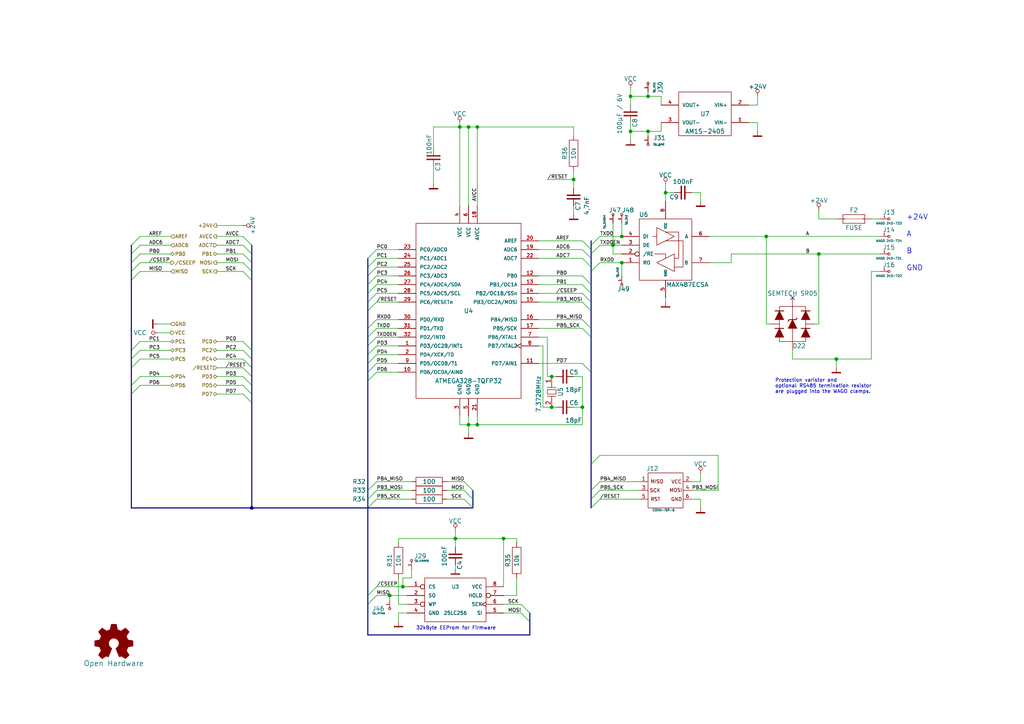
<source format=kicad_sch>
(kicad_sch (version 20211123) (generator eeschema)
  (paper "A4")
  (title_block (title "motor switch 3pole (bus_atmega328_basic)") (date "2018-12-27") (rev "B") (company "KoeWiBa"))
  (lib_symbols
    (symbol "connectors:CONN-ISP-6" (pin_names (offset 1.016))
      (property "Reference" "J" (at -3.81 6.35 0))
      (property "Value" "CONN-ISP-6" (at -3.81 -5.715 0))
      (symbol "CONN-ISP-6_0_0"
        (text "MOSI" (at 2.9718 0.0762 0) (effects (font (size 1.016 1.016))))
        (text "SCK" (at -3.048 0 0) (effects (font (size 1.016 1.016))))
        (text "VCC" (at 3.175 2.54 0) (effects (font (size 1.016 1.016))))
      )
      (symbol "CONN-ISP-6_1_0"
        (text "GND" (at 3.175 -2.54 0) (effects (font (size 1.016 1.016))))
        (text "MISO" (at -2.4892 2.5908 0) (effects (font (size 1.016 1.016))))
        (text "RST" (at -2.921 -2.54 0) (effects (font (size 1.016 1.016))))
      )
      (symbol "CONN-ISP-6_1_1"
        (pin passive line (at -7.62 2.54 0) (length 2.54) (name "~") (number "1"))
        (pin passive line (at 7.62 2.54 180) (length 2.54) (name "~") (number "2"))
        (pin passive line (at -7.62 0 0) (length 2.54) (name "~") (number "3"))
        (pin passive line (at 7.62 0 180) (length 2.54) (name "~") (number "4"))
        (pin passive line (at -7.62 -2.54 0) (length 2.54) (name "~") (number "5"))
        (pin passive line (at 7.62 -2.54 180) (length 2.54) (name "~") (number "6"))
      )
    )
    (symbol "connectors:CONN_1" (pin_names (offset 1.016))
      (property "Reference" "J" (at 0 1.905 0))
      (property "Value" "CONN_1" (at 0 -1.905 0))
      (symbol "CONN_1_1_1"
        (pin passive line (at -2.54 0 0) (length 2.54) (name "~") (number "1"))
      )
    )
    (symbol "diodes:SEMTECH_SR05" (pin_numbers hide) (pin_names (offset 1.016) hide)
      (property "Reference" "D" (at 1.905 -6.35 0))
      (property "Value" "SEMTECH_SR05" (at 0 6.35 0))
      (symbol "SEMTECH_SR05_1_1"
        (pin input line (at 0 -7.62 90) (length 2.54) (name "1") (number "1"))
        (pin input line (at 0 7.62 270) (length 2.54) (name "2") (number "2"))
        (pin input line (at 6.35 0 180) (length 2.54) (name "3") (number "3"))
        (pin input line (at -6.35 0 0) (length 2.54) (name "4") (number "4"))
      )
    )
    (symbol "ics_controller_atmel:ATMEGA88-TQFP32" (pin_names (offset 1.016))
      (property "Reference" "U" (at 0 0 0))
      (property "Value" "ATMEGA88-TQFP32" (at 0 -20.32 0))
      (symbol "ATMEGA88-TQFP32_1_1"
        (pin input line (at -20.32 -10.16 0) (length 5.08) (name "PD3/OC2B/INT1") (number "1"))
        (pin input line (at -20.32 -17.78 0) (length 5.08) (name "PD6/OC0A/AIN0") (number "10"))
        (pin input line (at 20.32 -15.24 180) (length 5.08) (name "PD7/AIN1") (number "11"))
        (pin input line (at 20.32 10.16 180) (length 5.08) (name "PB0") (number "12"))
        (pin input line (at 20.32 7.62 180) (length 5.08) (name "PB1/OC1A") (number "13"))
        (pin input line (at 20.32 5.08 180) (length 5.08) (name "PB2/OC1B/SSn") (number "14"))
        (pin input line (at 20.32 2.54 180) (length 5.08) (name "PB3/OC2A/MOSI") (number "15"))
        (pin input line (at 20.32 -2.54 180) (length 5.08) (name "PB4/MISO") (number "16"))
        (pin input line (at 20.32 -5.08 180) (length 5.08) (name "PB5/SCK") (number "17"))
        (pin power_in line (at 2.54 30.48 270) (length 5.08) (name "AVCC") (number "18"))
        (pin input line (at 20.32 17.78 180) (length 5.08) (name "ADC6") (number "19"))
        (pin input line (at -20.32 -12.7 0) (length 5.08) (name "PD4/XCK/T0") (number "2"))
        (pin input line (at 20.32 20.32 180) (length 5.08) (name "AREF") (number "20"))
        (pin power_in line (at 2.54 -30.48 90) (length 5.08) (name "GND") (number "21"))
        (pin input line (at 20.32 15.24 180) (length 5.08) (name "ADC7") (number "22"))
        (pin input line (at -20.32 17.78 0) (length 5.08) (name "PC0/ADC0") (number "23"))
        (pin input line (at -20.32 15.24 0) (length 5.08) (name "PC1/ADC1") (number "24"))
        (pin input line (at -20.32 12.7 0) (length 5.08) (name "PC2/ADC2") (number "25"))
        (pin input line (at -20.32 10.16 0) (length 5.08) (name "PC3/ADC3") (number "26"))
        (pin input line (at -20.32 7.62 0) (length 5.08) (name "PC4/ADC4/SDA") (number "27"))
        (pin input line (at -20.32 5.08 0) (length 5.08) (name "PC5/ADC5/SCL") (number "28"))
        (pin input line (at -20.32 2.54 0) (length 5.08) (name "PC6/RESETn") (number "29"))
        (pin power_in line (at -2.54 -30.48 90) (length 5.08) (name "GND") (number "3"))
        (pin input line (at -20.32 -2.54 0) (length 5.08) (name "PD0/RXD") (number "30"))
        (pin input line (at -20.32 -5.08 0) (length 5.08) (name "PD1/TXD") (number "31"))
        (pin input line (at -20.32 -7.62 0) (length 5.08) (name "PD2/INT0") (number "32"))
        (pin power_in line (at -2.54 30.48 270) (length 5.08) (name "VCC") (number "4"))
        (pin power_in line (at 0 -30.48 90) (length 5.08) (name "GND") (number "5"))
        (pin power_in line (at 0 30.48 270) (length 5.08) (name "VCC") (number "6"))
        (pin input line (at 20.32 -7.62 180) (length 5.08) (name "PB6/XTAL1") (number "7"))
        (pin input clock (at 20.32 -10.16 180) (length 5.08) (name "PB7/XTAL2") (number "8"))
        (pin input line (at -20.32 -15.24 0) (length 5.08) (name "PD5/OC0B/T1") (number "9"))
      )
    )
    (symbol "ics_misc:MAX487" (pin_names (offset 1.016))
      (property "Reference" "U" (at -6.35 10.16 0))
      (property "Value" "MAX487" (at 5.08 -10.16 0))
      (symbol "MAX487_0_1"
        (pin output line (at -12.7 -3.81 0) (length 5.08) (name "RO") (number "1"))
      )
      (symbol "MAX487_1_1"
        (pin input inverted (at -12.7 -1.27 0) (length 5.08) (name "/RE") (number "2"))
        (pin input line (at -12.7 1.27 0) (length 5.08) (name "DE") (number "3"))
        (pin input line (at -12.7 3.81 0) (length 5.08) (name "DI") (number "4"))
        (pin power_out line (at 0 -13.97 90) (length 5.08) (name "GND") (number "5"))
        (pin bidirectional line (at 12.7 3.81 180) (length 5.08) (name "A") (number "6"))
        (pin bidirectional line (at 12.7 -3.81 180) (length 5.08) (name "B") (number "7"))
        (pin power_in line (at 0 13.97 270) (length 5.08) (name "VCC") (number "8"))
      )
    )
    (symbol "ics_peripheral:25LCXXX" (pin_names (offset 1.016))
      (property "Reference" "U" (at 0 3.81 0))
      (property "Value" "25LCXXX" (at 0 -3.81 0))
      (symbol "25LCXXX_1_1"
        (pin input inverted (at -13.97 3.81 0) (length 5.08) (name "CS") (number "1"))
        (pin output line (at -13.97 1.27 0) (length 5.08) (name "SO") (number "2"))
        (pin input inverted (at -13.97 -1.27 0) (length 5.08) (name "WP") (number "3"))
        (pin power_in line (at -13.97 -3.81 0) (length 5.08) (name "GND") (number "4"))
        (pin input line (at 13.97 -3.81 180) (length 5.08) (name "SI") (number "5"))
        (pin input clock (at 13.97 -1.27 180) (length 5.08) (name "SCK") (number "6"))
        (pin bidirectional inverted (at 13.97 1.27 180) (length 5.08) (name "HOLD") (number "7"))
        (pin power_in line (at 13.97 3.81 180) (length 5.08) (name "VCC") (number "8"))
      )
    )
    (symbol "ics_regulator:AM1S-2403" (pin_names (offset 1.016))
      (property "Reference" "U" (at 0 0 0))
      (property "Value" "AM1S-2403" (at 0 -5.08 0))
      (symbol "AM1S-2403_1_1"
        (pin passive line (at -12.7 -2.54 0) (length 5.08) (name "VIN-") (number "1"))
        (pin power_in line (at -12.7 2.54 0) (length 5.08) (name "VIN+") (number "2"))
        (pin passive line (at 12.7 -2.54 180) (length 5.08) (name "VOUT-") (number "3"))
        (pin power_out line (at 12.7 2.54 180) (length 5.08) (name "VOUT+") (number "4"))
      )
    )
    (symbol "logo:OPEN_HARDWARE_1" (pin_names (offset 1.016))
      (property "Reference" "LOGO" (at 0 6.985 0))
      (property "Value" "OPEN_HARDWARE_1" (at 0 -5.715 0))
    )
    (symbol "power:+24V" (power) (pin_numbers hide) (pin_names (offset 0))
      (property "Value" "power_+24V" (at 0 2.794 0))
      (symbol "+24V_0_0"
        (pin power_in line (at 0 0 90) (length 0) hide (name "+24V") (number "1"))
      )
    )
    (symbol "power:GND" (power) (pin_names (offset 0.254))
      (symbol "GND_1_1"
        (pin power_in line (at 0 0 90) (length 0) hide (name "GND") (number "1"))
      )
    )
    (symbol "power:VCC" (power) (pin_names (offset 0))
      (property "Value" "power_VCC" (at 0 2.54 0))
      (symbol "VCC_0_0"
        (pin power_in line (at 0 0 90) (length 0) hide (name "VCC") (number "1"))
      )
    )
    (symbol "standard:C" (pin_numbers hide) (pin_names (offset 1.016) hide)
      (property "Reference" "C" (at 1.27 1.27 0))
      (property "Value" "C" (at 0 -3.175 0))
      (symbol "C_1_1"
        (pin input line (at -2.54 0 0) (length 1.905) (name "1") (number "1"))
        (pin input line (at 2.54 0 180) (length 1.905) (name "2") (number "2"))
      )
    )
    (symbol "standard:CRYSTAL" (pin_names (offset 1.016))
      (property "Reference" "U" (at 4.445 2.54 0))
      (property "Value" "CRYSTAL" (at 4.445 -2.54 0))
      (symbol "CRYSTAL_1_1"
        (pin output line (at 0 0 0) (length 2.54) (name "~") (number "1"))
        (pin output line (at 8.89 0 180) (length 2.54) (name "~") (number "2"))
      )
    )
    (symbol "standard:FUSE" (pin_numbers hide) (pin_names (offset 1.016) hide)
      (property "Reference" "F" (at 0 2.54 0))
      (property "Value" "FUSE" (at 0 -2.54 0))
      (symbol "FUSE_1_1"
        (pin bidirectional line (at -5.08 0 0) (length 2.54) (name "1") (number "1"))
        (pin bidirectional line (at 5.08 0 180) (length 2.54) (name "2") (number "2"))
      )
    )
    (symbol "standard:R" (pin_numbers hide) (pin_names (offset 1.016) hide)
      (property "Reference" "R" (at 0 -2.54 0))
      (property "Value" "R" (at 0 0 0))
      (symbol "R_1_1"
        (pin passive line (at -5.08 0 0) (length 1.27) (name "1") (number "1"))
        (pin passive line (at 5.08 0 180) (length 1.27) (name "2") (number "2"))
      )
    )
  )
  (junction (at 177.8 71.12))
  (junction (at 166.37 52.07))
  (junction (at 146.05 156.21))
  (junction (at 138.43 36.83))
  (junction (at 222.25 68.58))
  (junction (at 135.89 123.19))
  (junction (at 182.88 27.94))
  (junction (at 180.34 76.2))
  (junction (at 135.89 36.83))
  (junction (at 187.96 27.94))
  (junction (at 182.88 38.1))
  (junction (at 187.96 38.1))
  (junction (at 133.35 36.83))
  (junction (at 116.84 170.18))
  (junction (at 160.02 109.22))
  (junction (at 237.49 73.66))
  (junction (at 113.03 172.72))
  (junction (at 193.04 55.88))
  (junction (at 160.02 118.11))
  (junction (at 73.025 147.32))
  (junction (at 180.34 68.58))
  (junction (at 138.43 123.19))
  (junction (at 242.57 104.14))
  (junction (at 132.08 156.21))
  (junction (at 168.91 118.11))
  (no_connect (at 229.87 86.36))
  (bus_entry (at 168.91 82.55) (size 2.54 2.54))
  (bus_entry (at 171.45 142.24) (size 2.54 -2.54))
  (bus_entry (at 134.62 139.7) (size 2.54 2.54))
  (bus_entry (at 134.62 144.78) (size 2.54 2.54))
  (bus_entry (at 106.68 80.01) (size 2.54 -2.54))
  (bus_entry (at 70.485 114.3) (size 2.54 2.54))
  (bus_entry (at 106.68 87.63) (size 2.54 -2.54))
  (bus_entry (at 70.485 106.68) (size 2.54 2.54))
  (bus_entry (at 134.62 142.24) (size 2.54 2.54))
  (bus_entry (at 38.1 78.74) (size 2.54 -2.54))
  (bus_entry (at 70.485 71.12) (size 2.54 2.54))
  (bus_entry (at 171.45 144.78) (size 2.54 -2.54))
  (bus_entry (at 70.485 78.74) (size 2.54 2.54))
  (bus_entry (at 106.68 172.72) (size 2.54 -2.54))
  (bus_entry (at 168.91 72.39) (size 2.54 2.54))
  (bus_entry (at 106.68 147.32) (size 2.54 -2.54))
  (bus_entry (at 168.91 87.63) (size 2.54 2.54))
  (bus_entry (at 106.68 144.78) (size 2.54 -2.54))
  (bus_entry (at 168.91 105.41) (size 2.54 2.54))
  (bus_entry (at 106.68 175.26) (size 2.54 -2.54))
  (bus_entry (at 38.1 111.76) (size 2.54 -2.54))
  (bus_entry (at 106.68 107.95) (size 2.54 -2.54))
  (bus_entry (at 106.68 100.33) (size 2.54 -2.54))
  (bus_entry (at 38.1 71.12) (size 2.54 -2.54))
  (bus_entry (at 151.13 175.26) (size 2.54 2.54))
  (bus_entry (at 38.1 106.68) (size 2.54 -2.54))
  (bus_entry (at 106.68 85.09) (size 2.54 -2.54))
  (bus_entry (at 171.45 147.32) (size 2.54 -2.54))
  (bus_entry (at 106.68 77.47) (size 2.54 -2.54))
  (bus_entry (at 106.68 142.24) (size 2.54 -2.54))
  (bus_entry (at 168.91 80.01) (size 2.54 2.54))
  (bus_entry (at 70.485 104.14) (size 2.54 2.54))
  (bus_entry (at 171.45 78.74) (size 2.54 -2.54))
  (bus_entry (at 70.485 109.22) (size 2.54 2.54))
  (bus_entry (at 106.68 97.79) (size 2.54 -2.54))
  (bus_entry (at 106.68 82.55) (size 2.54 -2.54))
  (bus_entry (at 171.45 71.12) (size 2.54 -2.54))
  (bus_entry (at 171.45 73.66) (size 2.54 -2.54))
  (bus_entry (at 70.485 101.6) (size 2.54 2.54))
  (bus_entry (at 106.68 74.93) (size 2.54 -2.54))
  (bus_entry (at 106.68 110.49) (size 2.54 -2.54))
  (bus_entry (at 168.91 74.93) (size 2.54 2.54))
  (bus_entry (at 38.1 73.66) (size 2.54 -2.54))
  (bus_entry (at 38.1 104.14) (size 2.54 -2.54))
  (bus_entry (at 38.1 101.6) (size 2.54 -2.54))
  (bus_entry (at 106.68 95.25) (size 2.54 -2.54))
  (bus_entry (at 168.91 95.25) (size 2.54 2.54))
  (bus_entry (at 168.91 92.71) (size 2.54 2.54))
  (bus_entry (at 106.68 90.17) (size 2.54 -2.54))
  (bus_entry (at 151.13 177.8) (size 2.54 2.54))
  (bus_entry (at 106.68 102.87) (size 2.54 -2.54))
  (bus_entry (at 38.1 81.28) (size 2.54 -2.54))
  (bus_entry (at 168.91 85.09) (size 2.54 2.54))
  (bus_entry (at 70.485 99.06) (size 2.54 2.54))
  (bus_entry (at 70.485 76.2) (size 2.54 2.54))
  (bus_entry (at 168.91 69.85) (size 2.54 2.54))
  (bus_entry (at 106.68 105.41) (size 2.54 -2.54))
  (bus_entry (at 171.45 134.62) (size 2.54 -2.54))
  (bus_entry (at 70.485 111.76) (size 2.54 2.54))
  (bus_entry (at 38.1 114.3) (size 2.54 -2.54))
  (bus_entry (at 38.1 76.2) (size 2.54 -2.54))
  (bus_entry (at 70.485 73.66) (size 2.54 2.54))
  (bus_entry (at 70.485 68.58) (size 2.54 2.54))
  (wire (pts (xy 109.22 85.09) (xy 115.57 85.09)))
  (wire (pts (xy 134.62 139.7) (xy 129.54 139.7)))
  (wire (pts (xy 237.49 60.96) (xy 237.49 63.5)))
  (wire (pts (xy 212.09 76.2) (xy 205.74 76.2)))
  (bus (pts (xy 38.1 111.76) (xy 38.1 114.3)))
  (bus (pts (xy 106.68 87.63) (xy 106.68 90.17)))
  (wire (pts (xy 193.04 53.34) (xy 193.04 55.88)))
  (wire (pts (xy 157.48 118.11) (xy 160.02 118.11)))
  (wire (pts (xy 203.2 139.7) (xy 203.2 137.16)))
  (wire (pts (xy 166.37 36.83) (xy 138.43 36.83)))
  (bus (pts (xy 73.025 106.68) (xy 73.025 109.22)))
  (wire (pts (xy 146.05 177.8) (xy 151.13 177.8)))
  (wire (pts (xy 125.73 36.83) (xy 125.73 43.18)))
  (bus (pts (xy 106.68 175.26) (xy 106.68 184.15)))
  (wire (pts (xy 173.99 71.12) (xy 177.8 71.12)))
  (wire (pts (xy 177.8 71.12) (xy 177.8 73.66)))
  (bus (pts (xy 171.45 85.09) (xy 171.45 87.63)))
  (wire (pts (xy 115.57 177.8) (xy 115.57 180.34)))
  (bus (pts (xy 106.68 100.33) (xy 106.68 102.87)))
  (bus (pts (xy 73.025 78.74) (xy 73.025 81.28)))
  (bus (pts (xy 73.025 71.12) (xy 73.025 73.66)))
  (wire (pts (xy 149.86 156.21) (xy 149.86 157.48)))
  (wire (pts (xy 193.04 86.36) (xy 193.04 87.63)))
  (wire (pts (xy 177.8 73.66) (xy 180.34 73.66)))
  (wire (pts (xy 156.21 69.85) (xy 168.91 69.85)))
  (wire (pts (xy 166.37 52.07) (xy 166.37 54.61)))
  (wire (pts (xy 156.21 80.01) (xy 168.91 80.01)))
  (wire (pts (xy 109.22 82.55) (xy 115.57 82.55)))
  (wire (pts (xy 133.35 36.83) (xy 125.73 36.83)))
  (wire (pts (xy 255.27 78.74) (xy 252.73 78.74)))
  (wire (pts (xy 252.73 63.5) (xy 255.27 63.5)))
  (bus (pts (xy 106.68 80.01) (xy 106.68 82.55)))
  (wire (pts (xy 109.22 105.41) (xy 115.57 105.41)))
  (wire (pts (xy 109.22 139.7) (xy 119.38 139.7)))
  (wire (pts (xy 109.22 172.72) (xy 113.03 172.72)))
  (wire (pts (xy 212.09 73.66) (xy 237.49 73.66)))
  (bus (pts (xy 171.45 78.74) (xy 171.45 82.55)))
  (wire (pts (xy 205.74 68.58) (xy 222.25 68.58)))
  (bus (pts (xy 38.1 76.2) (xy 38.1 78.74)))
  (bus (pts (xy 106.68 102.87) (xy 106.68 105.41)))
  (bus (pts (xy 106.68 144.78) (xy 106.68 147.32)))
  (bus (pts (xy 73.025 111.76) (xy 73.025 114.3)))
  (wire (pts (xy 116.84 167.64) (xy 119.38 167.64)))
  (wire (pts (xy 109.22 142.24) (xy 119.38 142.24)))
  (wire (pts (xy 173.99 68.58) (xy 180.34 68.58)))
  (wire (pts (xy 109.22 87.63) (xy 115.57 87.63)))
  (wire (pts (xy 219.71 30.48) (xy 217.17 30.48)))
  (wire (pts (xy 180.34 68.58) (xy 180.34 64.77)))
  (wire (pts (xy 200.66 139.7) (xy 203.2 139.7)))
  (bus (pts (xy 38.1 106.68) (xy 38.1 111.76)))
  (bus (pts (xy 171.45 72.39) (xy 171.45 73.66)))
  (bus (pts (xy 73.025 101.6) (xy 73.025 104.14)))
  (wire (pts (xy 185.42 144.78) (xy 173.99 144.78)))
  (wire (pts (xy 70.485 106.68) (xy 62.865 106.68)))
  (wire (pts (xy 70.485 65.405) (xy 62.865 65.405)))
  (wire (pts (xy 229.87 104.14) (xy 242.57 104.14)))
  (wire (pts (xy 217.17 35.56) (xy 219.71 35.56)))
  (wire (pts (xy 138.43 123.19) (xy 138.43 120.65)))
  (wire (pts (xy 113.03 173.99) (xy 113.03 172.72)))
  (bus (pts (xy 171.45 73.66) (xy 171.45 74.93)))
  (bus (pts (xy 171.45 74.93) (xy 171.45 77.47)))
  (bus (pts (xy 38.1 101.6) (xy 38.1 104.14)))
  (wire (pts (xy 151.13 175.26) (xy 146.05 175.26)))
  (wire (pts (xy 200.66 55.88) (xy 203.2 55.88)))
  (bus (pts (xy 106.68 147.32) (xy 137.16 147.32)))
  (wire (pts (xy 166.37 109.22) (xy 168.91 109.22)))
  (wire (pts (xy 135.89 120.65) (xy 135.89 123.19)))
  (wire (pts (xy 62.865 104.14) (xy 70.485 104.14)))
  (wire (pts (xy 62.865 109.22) (xy 70.485 109.22)))
  (wire (pts (xy 156.21 72.39) (xy 168.91 72.39)))
  (wire (pts (xy 109.22 95.25) (xy 115.57 95.25)))
  (bus (pts (xy 171.45 82.55) (xy 171.45 85.09)))
  (wire (pts (xy 49.53 96.52) (xy 45.72 96.52)))
  (wire (pts (xy 115.57 92.71) (xy 109.22 92.71)))
  (wire (pts (xy 109.22 170.18) (xy 116.84 170.18)))
  (wire (pts (xy 219.71 35.56) (xy 219.71 38.1)))
  (wire (pts (xy 236.22 93.98) (xy 237.49 93.98)))
  (bus (pts (xy 73.025 109.22) (xy 73.025 111.76)))
  (wire (pts (xy 49.53 101.6) (xy 40.64 101.6)))
  (bus (pts (xy 38.1 147.32) (xy 73.025 147.32)))
  (wire (pts (xy 115.57 156.21) (xy 132.08 156.21)))
  (bus (pts (xy 38.1 104.14) (xy 38.1 106.68)))
  (bus (pts (xy 106.68 172.72) (xy 106.68 175.26)))
  (bus (pts (xy 38.1 73.66) (xy 38.1 76.2)))
  (wire (pts (xy 180.34 76.2) (xy 180.34 80.01)))
  (wire (pts (xy 182.88 38.1) (xy 182.88 40.64)))
  (wire (pts (xy 45.72 93.98) (xy 49.53 93.98)))
  (bus (pts (xy 73.025 81.28) (xy 73.025 101.6)))
  (wire (pts (xy 109.22 102.87) (xy 115.57 102.87)))
  (wire (pts (xy 109.22 100.33) (xy 115.57 100.33)))
  (bus (pts (xy 106.68 74.93) (xy 106.68 77.47)))
  (bus (pts (xy 171.45 97.79) (xy 171.45 107.95)))
  (wire (pts (xy 109.22 72.39) (xy 115.57 72.39)))
  (wire (pts (xy 125.73 48.26) (xy 125.73 53.34)))
  (wire (pts (xy 177.8 71.12) (xy 177.8 64.77)))
  (bus (pts (xy 106.68 110.49) (xy 106.68 142.24)))
  (wire (pts (xy 203.2 55.88) (xy 203.2 58.42)))
  (wire (pts (xy 62.865 114.3) (xy 70.485 114.3)))
  (wire (pts (xy 149.86 167.64) (xy 149.86 172.72)))
  (bus (pts (xy 137.16 144.78) (xy 137.16 147.32)))
  (wire (pts (xy 252.73 78.74) (xy 252.73 104.14)))
  (wire (pts (xy 109.22 77.47) (xy 115.57 77.47)))
  (bus (pts (xy 171.45 134.62) (xy 171.45 142.24)))
  (wire (pts (xy 129.54 142.24) (xy 134.62 142.24)))
  (wire (pts (xy 133.35 120.65) (xy 133.35 123.19)))
  (bus (pts (xy 73.025 76.2) (xy 73.025 78.74)))
  (wire (pts (xy 62.865 99.06) (xy 70.485 99.06)))
  (wire (pts (xy 70.485 101.6) (xy 62.865 101.6)))
  (wire (pts (xy 40.64 99.06) (xy 49.53 99.06)))
  (bus (pts (xy 171.45 71.12) (xy 171.45 72.39)))
  (wire (pts (xy 173.99 76.2) (xy 180.34 76.2)))
  (wire (pts (xy 138.43 123.19) (xy 168.91 123.19)))
  (wire (pts (xy 132.08 153.67) (xy 132.08 156.21)))
  (wire (pts (xy 115.57 156.21) (xy 115.57 157.48)))
  (wire (pts (xy 133.35 35.56) (xy 133.35 36.83)))
  (wire (pts (xy 135.89 123.19) (xy 138.43 123.19)))
  (wire (pts (xy 118.11 177.8) (xy 115.57 177.8)))
  (wire (pts (xy 119.38 167.64) (xy 119.38 165.1)))
  (bus (pts (xy 106.68 147.32) (xy 106.68 172.72)))
  (wire (pts (xy 132.08 156.21) (xy 146.05 156.21)))
  (bus (pts (xy 38.1 78.74) (xy 38.1 81.28)))
  (wire (pts (xy 173.99 142.24) (xy 185.42 142.24)))
  (bus (pts (xy 106.68 105.41) (xy 106.68 107.95)))
  (wire (pts (xy 223.52 93.98) (xy 222.25 93.98)))
  (bus (pts (xy 106.68 77.47) (xy 106.68 80.01)))
  (wire (pts (xy 134.62 144.78) (xy 129.54 144.78)))
  (wire (pts (xy 133.35 36.83) (xy 133.35 59.69)))
  (wire (pts (xy 135.89 36.83) (xy 135.89 59.69)))
  (bus (pts (xy 73.025 104.14) (xy 73.025 106.68)))
  (wire (pts (xy 132.08 156.21) (xy 132.08 158.75)))
  (wire (pts (xy 156.21 95.25) (xy 168.91 95.25)))
  (wire (pts (xy 166.37 36.83) (xy 166.37 39.37)))
  (wire (pts (xy 237.49 63.5) (xy 242.57 63.5)))
  (wire (pts (xy 133.35 123.19) (xy 135.89 123.19)))
  (wire (pts (xy 237.49 93.98) (xy 237.49 73.66)))
  (wire (pts (xy 187.96 26.67) (xy 187.96 27.94)))
  (bus (pts (xy 38.1 71.12) (xy 38.1 73.66)))
  (bus (pts (xy 73.025 116.84) (xy 73.025 147.32)))
  (wire (pts (xy 229.87 101.6) (xy 229.87 104.14)))
  (bus (pts (xy 153.67 177.8) (xy 153.67 180.34)))
  (wire (pts (xy 156.21 85.09) (xy 168.91 85.09)))
  (bus (pts (xy 106.68 142.24) (xy 106.68 144.78)))
  (wire (pts (xy 242.57 106.68) (xy 242.57 104.14)))
  (bus (pts (xy 171.45 144.78) (xy 171.45 147.32)))
  (bus (pts (xy 73.025 147.32) (xy 106.68 147.32)))
  (bus (pts (xy 153.67 184.15) (xy 106.68 184.15)))
  (wire (pts (xy 135.89 36.83) (xy 133.35 36.83)))
  (wire (pts (xy 187.96 38.1) (xy 182.88 38.1)))
  (wire (pts (xy 168.91 109.22) (xy 168.91 118.11)))
  (wire (pts (xy 116.84 170.18) (xy 116.84 167.64)))
  (wire (pts (xy 166.37 52.07) (xy 158.75 52.07)))
  (wire (pts (xy 158.75 109.22) (xy 160.02 109.22)))
  (wire (pts (xy 138.43 36.83) (xy 135.89 36.83)))
  (wire (pts (xy 40.64 71.12) (xy 49.53 71.12)))
  (wire (pts (xy 166.37 49.53) (xy 166.37 52.07)))
  (wire (pts (xy 132.08 163.83) (xy 132.08 165.1)))
  (wire (pts (xy 40.64 104.14) (xy 49.53 104.14)))
  (wire (pts (xy 212.09 73.66) (xy 212.09 76.2)))
  (wire (pts (xy 156.21 100.33) (xy 157.48 100.33)))
  (bus (pts (xy 171.45 77.47) (xy 171.45 78.74)))
  (bus (pts (xy 153.67 180.34) (xy 153.67 184.15)))
  (bus (pts (xy 73.025 114.3) (xy 73.025 116.84)))
  (wire (pts (xy 49.53 73.66) (xy 40.64 73.66)))
  (wire (pts (xy 157.48 100.33) (xy 157.48 118.11)))
  (wire (pts (xy 208.28 132.08) (xy 208.28 142.24)))
  (wire (pts (xy 109.22 97.79) (xy 115.57 97.79)))
  (wire (pts (xy 40.64 76.2) (xy 49.53 76.2)))
  (bus (pts (xy 106.68 90.17) (xy 106.68 95.25)))
  (bus (pts (xy 73.025 73.66) (xy 73.025 76.2)))
  (bus (pts (xy 171.45 142.24) (xy 171.45 144.78)))
  (wire (pts (xy 49.53 68.58) (xy 40.64 68.58)))
  (wire (pts (xy 49.53 111.76) (xy 40.64 111.76)))
  (wire (pts (xy 116.84 170.18) (xy 118.11 170.18)))
  (wire (pts (xy 62.865 71.12) (xy 70.485 71.12)))
  (wire (pts (xy 160.02 109.22) (xy 161.29 109.22)))
  (wire (pts (xy 168.91 118.11) (xy 168.91 123.19)))
  (wire (pts (xy 113.03 172.72) (xy 118.11 172.72)))
  (wire (pts (xy 208.28 142.24) (xy 200.66 142.24)))
  (bus (pts (xy 171.45 87.63) (xy 171.45 90.17)))
  (wire (pts (xy 135.89 123.19) (xy 135.89 125.73)))
  (wire (pts (xy 158.75 97.79) (xy 156.21 97.79)))
  (bus (pts (xy 38.1 114.3) (xy 38.1 147.32)))
  (wire (pts (xy 62.865 76.2) (xy 70.485 76.2)))
  (wire (pts (xy 158.75 109.22) (xy 158.75 97.79)))
  (wire (pts (xy 156.21 105.41) (xy 168.91 105.41)))
  (bus (pts (xy 171.45 90.17) (xy 171.45 95.25)))
  (wire (pts (xy 182.88 25.4) (xy 182.88 27.94)))
  (wire (pts (xy 62.865 78.74) (xy 70.485 78.74)))
  (wire (pts (xy 49.53 78.74) (xy 40.64 78.74)))
  (wire (pts (xy 166.37 118.11) (xy 168.91 118.11)))
  (wire (pts (xy 156.21 82.55) (xy 168.91 82.55)))
  (wire (pts (xy 149.86 172.72) (xy 146.05 172.72)))
  (bus (pts (xy 171.45 95.25) (xy 171.45 97.79)))
  (wire (pts (xy 182.88 35.56) (xy 182.88 38.1)))
  (wire (pts (xy 222.25 68.58) (xy 255.27 68.58)))
  (bus (pts (xy 171.45 107.95) (xy 171.45 134.62)))
  (wire (pts (xy 219.71 27.94) (xy 219.71 30.48)))
  (wire (pts (xy 242.57 104.14) (xy 252.73 104.14)))
  (wire (pts (xy 200.66 144.78) (xy 203.2 144.78)))
  (wire (pts (xy 185.42 139.7) (xy 173.99 139.7)))
  (bus (pts (xy 106.68 95.25) (xy 106.68 97.79)))
  (wire (pts (xy 182.88 27.94) (xy 182.88 30.48)))
  (wire (pts (xy 237.49 73.66) (xy 255.27 73.66)))
  (wire (pts (xy 191.77 38.1) (xy 187.96 38.1)))
  (wire (pts (xy 109.22 74.93) (xy 115.57 74.93)))
  (bus (pts (xy 106.68 82.55) (xy 106.68 85.09)))
  (wire (pts (xy 118.11 175.26) (xy 115.57 175.26)))
  (bus (pts (xy 106.68 107.95) (xy 106.68 110.49)))
  (wire (pts (xy 191.77 30.48) (xy 191.77 27.94)))
  (wire (pts (xy 177.8 71.12) (xy 180.34 71.12)))
  (bus (pts (xy 171.45 69.85) (xy 171.45 71.12)))
  (wire (pts (xy 146.05 156.21) (xy 149.86 156.21)))
  (bus (pts (xy 106.68 97.79) (xy 106.68 100.33)))
  (wire (pts (xy 109.22 144.78) (xy 119.38 144.78)))
  (bus (pts (xy 106.68 85.09) (xy 106.68 87.63)))
  (wire (pts (xy 115.57 175.26) (xy 115.57 167.64)))
  (wire (pts (xy 173.99 132.08) (xy 208.28 132.08)))
  (bus (pts (xy 38.1 81.28) (xy 38.1 101.6)))
  (wire (pts (xy 222.25 93.98) (xy 222.25 68.58)))
  (wire (pts (xy 203.2 144.78) (xy 203.2 147.32)))
  (wire (pts (xy 156.21 92.71) (xy 168.91 92.71)))
  (wire (pts (xy 193.04 55.88) (xy 193.04 58.42)))
  (wire (pts (xy 156.21 87.63) (xy 168.91 87.63)))
  (wire (pts (xy 191.77 35.56) (xy 191.77 38.1)))
  (wire (pts (xy 191.77 27.94) (xy 187.96 27.94)))
  (wire (pts (xy 187.96 39.37) (xy 187.96 38.1)))
  (wire (pts (xy 109.22 80.01) (xy 115.57 80.01)))
  (wire (pts (xy 70.485 73.66) (xy 62.865 73.66)))
  (wire (pts (xy 156.21 74.93) (xy 168.91 74.93)))
  (wire (pts (xy 187.96 27.94) (xy 182.88 27.94)))
  (bus (pts (xy 137.16 142.24) (xy 137.16 144.78)))
  (wire (pts (xy 62.865 68.58) (xy 70.485 68.58)))
  (wire (pts (xy 166.37 59.69) (xy 166.37 62.23)))
  (wire (pts (xy 138.43 36.83) (xy 138.43 59.69)))
  (wire (pts (xy 70.485 111.76) (xy 62.865 111.76)))
  (wire (pts (xy 109.22 107.95) (xy 115.57 107.95)))
  (wire (pts (xy 40.64 109.22) (xy 49.53 109.22)))
  (wire (pts (xy 146.05 170.18) (xy 146.05 156.21)))
  (wire (pts (xy 160.02 118.11) (xy 161.29 118.11)))
  (wire (pts (xy 195.58 55.88) (xy 193.04 55.88)))
  (text "32kByte EEProm for Firmware" (at 120.65 182.88 0) (effects (font (size 1.016 1.016)) (justify left bottom)))
  (text "+24V\n\nA\n\nB \n\nGND" (at 262.89 78.74 0) (effects (font (size 1.524 1.524)) (justify left bottom)))
  (text "Protection varistor and\noptional RS485 termination resistor\nare plugged into the WAGO clamps." (at 224.79 114.3 0) (effects (font (size 1.016 1.016)) (justify left bottom)))
  (label "AREF" (at 161.29 69.85 0) (effects (font (size 1.016 1.016))))
  (label "PB5_SCK" (at 173.99 142.24 0) (effects (font (size 1.016 1.016))))
  (label "PB3_MOSI" (at 109.22 142.24 0) (effects (font (size 1.016 1.016))))
  (label "A" (at 233.68 68.58 0) (effects (font (size 1.016 1.016))))
  (label "PC0" (at 109.22 72.39 0) (effects (font (size 1.016 1.016))))
  (label "PB4_MISO" (at 173.99 139.7 0) (effects (font (size 1.016 1.016))))
  (label "PD6" (at 109.22 107.95 0) (effects (font (size 1.016 1.016))))
  (label "MOSI" (at 130.81 142.24 0) (effects (font (size 1.016 1.016))))
  (label "PC5" (at 43.18 104.14 0) (effects (font (size 1.016 1.016))))
  (label "MOSI" (at 65.405 76.2 0) (effects (font (size 1.016 1.016))))
  (label "MISO" (at 130.81 139.7 0) (effects (font (size 1.016 1.016))))
  (label "TXD0EN" (at 109.22 97.79 0) (effects (font (size 1.016 1.016))))
  (label "/RESET" (at 65.405 106.68 0) (effects (font (size 1.016 1.016))))
  (label "PC4" (at 109.22 82.55 0) (effects (font (size 1.016 1.016))))
  (label "/RESET" (at 173.99 144.78 0) (effects (font (size 1.016 1.016))))
  (label "PD5" (at 109.22 105.41 0) (effects (font (size 1.016 1.016))))
  (label "PB4_MISO" (at 161.29 92.71 0) (effects (font (size 1.016 1.016))))
  (label "TXD0" (at 173.99 68.58 0) (effects (font (size 1.016 1.016))))
  (label "AVCC" (at 65.405 68.58 0) (effects (font (size 1.016 1.016))))
  (label "ADC6" (at 43.18 71.12 0) (effects (font (size 1.016 1.016))))
  (label "PC2" (at 109.22 77.47 0) (effects (font (size 1.016 1.016))))
  (label "PB1" (at 161.29 82.55 0) (effects (font (size 1.016 1.016))))
  (label "RXD0" (at 173.99 76.2 0) (effects (font (size 1.016 1.016))))
  (label "/RESET" (at 109.22 87.63 0) (effects (font (size 1.016 1.016))))
  (label "ADC7" (at 161.29 74.93 0) (effects (font (size 1.016 1.016))))
  (label "PD7" (at 65.405 114.3 0) (effects (font (size 1.016 1.016))))
  (label "AREF" (at 43.18 68.58 0) (effects (font (size 1.016 1.016))))
  (label "PB5_SCK" (at 109.22 144.78 0) (effects (font (size 1.016 1.016))))
  (label "/RESET" (at 158.75 52.07 0) (effects (font (size 1.016 1.016))))
  (label "/CSEEP" (at 109.22 170.18 0) (effects (font (size 1.016 1.016))))
  (label "TXD0" (at 109.22 95.25 0) (effects (font (size 1.016 1.016))))
  (label "PB0" (at 43.18 73.66 0) (effects (font (size 1.016 1.016))))
  (label "PB3_MOSI" (at 161.29 87.63 0) (effects (font (size 1.016 1.016))))
  (label "MOSI" (at 147.32 177.8 0) (effects (font (size 1.016 1.016))))
  (label "PC1" (at 43.18 99.06 0) (effects (font (size 1.016 1.016))))
  (label "PB4_MISO" (at 109.22 139.7 0) (effects (font (size 1.016 1.016))))
  (label "PD3" (at 109.22 100.33 0) (effects (font (size 1.016 1.016))))
  (label "/CSEEP" (at 43.18 76.2 0) (effects (font (size 1.016 1.016))))
  (label "PC3" (at 43.18 101.6 0) (effects (font (size 1.016 1.016))))
  (label "TXD0EN" (at 173.99 71.12 0) (effects (font (size 1.016 1.016))))
  (label "SCK" (at 65.405 78.74 0) (effects (font (size 1.016 1.016))))
  (label "SCK" (at 130.81 144.78 0) (effects (font (size 1.016 1.016))))
  (label "PB0" (at 161.29 80.01 0) (effects (font (size 1.016 1.016))))
  (label "PC3" (at 109.22 80.01 0) (effects (font (size 1.016 1.016))))
  (label "SCK" (at 147.32 175.26 0) (effects (font (size 1.016 1.016))))
  (label "PB3_MOSI" (at 200.66 142.24 0) (effects (font (size 1.016 1.016))))
  (label "PD6" (at 43.18 111.76 0) (effects (font (size 1.016 1.016))))
  (label "PC1" (at 109.22 74.93 0) (effects (font (size 1.016 1.016))))
  (label "PD4" (at 43.18 109.22 0) (effects (font (size 1.016 1.016))))
  (label "RXD0" (at 109.22 92.71 0) (effects (font (size 1.016 1.016))))
  (label "PC2" (at 65.405 101.6 0) (effects (font (size 1.016 1.016))))
  (label "B" (at 233.68 73.66 0) (effects (font (size 1.016 1.016))))
  (label "PD3" (at 65.405 109.22 0) (effects (font (size 1.016 1.016))))
  (label "PC5" (at 109.22 85.09 0) (effects (font (size 1.016 1.016))))
  (label "MISO" (at 43.18 78.74 0) (effects (font (size 1.016 1.016))))
  (label "AVCC" (at 138.43 58.42 90) (effects (font (size 1.016 1.016))))
  (label "PD4" (at 109.22 102.87 0) (effects (font (size 1.016 1.016))))
  (label "/CSEEP" (at 161.29 85.09 0) (effects (font (size 1.016 1.016))))
  (label "ADC7" (at 65.405 71.12 0) (effects (font (size 1.016 1.016))))
  (label "PB1" (at 65.405 73.66 0) (effects (font (size 1.016 1.016))))
  (label "PD7" (at 161.29 105.41 0) (effects (font (size 1.016 1.016))))
  (label "PC0" (at 65.405 99.06 0) (effects (font (size 1.016 1.016))))
  (label "PD5" (at 65.405 111.76 0) (effects (font (size 1.016 1.016))))
  (label "MISO" (at 109.22 172.72 0) (effects (font (size 1.016 1.016))))
  (label "PC4" (at 65.405 104.14 0) (effects (font (size 1.016 1.016))))
  (label "PB5_SCK" (at 161.29 95.25 0) (effects (font (size 1.016 1.016))))
  (label "ADC6" (at 161.29 72.39 0) (effects (font (size 1.016 1.016))))
  (hierarchical_label "AVCC" (shape output) (at 62.865 68.58 180) (effects (font (size 1.016 1.016))))
  (hierarchical_label "PD5" (shape bidirectional) (at 62.865 111.76 180) (effects (font (size 1.016 1.016))))
  (hierarchical_label "GND" (shape input) (at 49.53 93.98 0) (effects (font (size 1.016 1.016))))
  (hierarchical_label "PC1" (shape bidirectional) (at 49.53 99.06 0) (effects (font (size 1.016 1.016))))
  (hierarchical_label "/RESET" (shape input) (at 62.865 106.68 180) (effects (font (size 1.016 1.016))))
  (hierarchical_label "PD3" (shape bidirectional) (at 62.865 109.22 180) (effects (font (size 1.016 1.016))))
  (hierarchical_label "ADC7" (shape input) (at 62.865 71.12 180) (effects (font (size 1.016 1.016))))
  (hierarchical_label "ADC6" (shape input) (at 49.53 71.12 0) (effects (font (size 1.016 1.016))))
  (hierarchical_label "PD6" (shape bidirectional) (at 49.53 111.76 0) (effects (font (size 1.016 1.016))))
  (hierarchical_label "PB0" (shape bidirectional) (at 49.53 73.66 0) (effects (font (size 1.016 1.016))))
  (hierarchical_label "PD7" (shape bidirectional) (at 62.865 114.3 180) (effects (font (size 1.016 1.016))))
  (hierarchical_label "PC4" (shape bidirectional) (at 62.865 104.14 180) (effects (font (size 1.016 1.016))))
  (hierarchical_label "PC0" (shape bidirectional) (at 62.865 99.06 180) (effects (font (size 1.016 1.016))))
  (hierarchical_label "PC3" (shape bidirectional) (at 49.53 101.6 0) (effects (font (size 1.016 1.016))))
  (hierarchical_label "VCC" (shape output) (at 49.53 96.52 0) (effects (font (size 1.016 1.016))))
  (hierarchical_label "SCK" (shape output) (at 62.865 78.74 180) (effects (font (size 1.016 1.016))))
  (hierarchical_label "PC2" (shape bidirectional) (at 62.865 101.6 180) (effects (font (size 1.016 1.016))))
  (hierarchical_label "+24V" (shape output) (at 62.865 65.405 180) (effects (font (size 1.016 1.016))))
  (hierarchical_label "MISO" (shape input) (at 49.53 78.74 0) (effects (font (size 1.016 1.016))))
  (hierarchical_label "PD4" (shape bidirectional) (at 49.53 109.22 0) (effects (font (size 1.016 1.016))))
  (hierarchical_label "PB1" (shape bidirectional) (at 62.865 73.66 180) (effects (font (size 1.016 1.016))))
  (hierarchical_label "AREF" (shape input) (at 49.53 68.58 0) (effects (font (size 1.016 1.016))))
  (hierarchical_label "PC5" (shape bidirectional) (at 49.53 104.14 0) (effects (font (size 1.016 1.016))))
  (hierarchical_label "/CSEEP" (shape output) (at 49.53 76.2 0) (effects (font (size 1.016 1.016))))
  (hierarchical_label "MOSI" (shape output) (at 62.865 76.2 180) (effects (font (size 1.016 1.016))))
  (symbol (lib_id "ics_peripheral:25LCXXX") (at 132.08 173.99 0) (unit 1)
    (property "Reference" "U3" (at 132.08 170.18 0) (effects (font (size 1.016 1.016))))
    (property "Value" "25LC256" (at 132.08 177.8 0) (effects (font (size 1.016 1.016))))
    (property "Footprint" "Housings_SOIC:SO8N" (effects hide))
    (property "Datasheet" "SPI EEPROM" (effects hide))
  )
  (symbol (lib_id "ics_misc:MAX487") (at 193.04 72.39 0) (unit 1)
    (property "Reference" "U6" (at 186.69 62.23 0))
    (property "Value" "MAX487ECSA" (at 199.39 82.55 0))
    (property "Footprint" "Housings_SOIC:SO8N" (effects hide))
  )
  (symbol (lib_id "connectors:CONN_1") (at 257.81 63.5 0) (unit 1)
    (property "Reference" "J13" (at 257.81 61.595 0))
    (property "Value" "WAGO 243-723" (at 257.81 64.77 0) (effects (font (size 0.635 0.635))))
    (property "Footprint" "Connector_WAGO:WAGO243" (effects hide))
  )
  (symbol (lib_id "connectors:CONN_1") (at 257.81 68.58 0) (unit 1)
    (property "Reference" "J14" (at 257.81 66.675 0))
    (property "Value" "WAGO 243-724" (at 257.81 69.85 0) (effects (font (size 0.635 0.635))))
    (property "Footprint" "Connector_WAGO:WAGO243" (effects hide))
  )
  (symbol (lib_id "connectors:CONN_1") (at 257.81 73.66 0) (unit 1)
    (property "Reference" "J15" (at 257.81 71.755 0))
    (property "Value" "WAGO 243-721" (at 257.81 74.93 0) (effects (font (size 0.635 0.635))))
    (property "Footprint" "Connector_WAGO:WAGO243" (effects hide))
  )
  (symbol (lib_id "connectors:CONN_1") (at 257.81 78.74 0) (unit 1)
    (property "Reference" "J16" (at 257.81 76.835 0))
    (property "Value" "WAGO 243-722" (at 257.81 80.01 0) (effects (font (size 0.635 0.635))))
    (property "Footprint" "Connector_WAGO:WAGO243" (effects hide))
  )
  (symbol (lib_id "ics_regulator:AM1S-2403") (at 204.47 33.02 0) (mirror y) (unit 1)
    (property "Reference" "U7" (at 204.47 33.02 0))
    (property "Value" "AM1S-2405" (at 204.47 38.1 0))
    (property "Footprint" "DCDC_Converter:AM1S-XXXX_SIL4" (effects hide))
  )
  (symbol (lib_id "standard:C") (at 198.12 55.88 180) (unit 1)
    (property "Reference" "C9" (at 196.85 57.15 0) (effects (justify left)))
    (property "Value" "100nF" (at 198.12 52.705 0))
    (property "Footprint" "Capacitors_SMD:C_0805" (effects hide))
  )
  (symbol (lib_id "standard:C") (at 125.73 45.72 270) (unit 1)
    (property "Reference" "C3" (at 127 46.99 0) (effects (justify left)))
    (property "Value" "100nF" (at 124.46 41.91 0))
    (property "Footprint" "Capacitors_SMD:C_0805" (effects hide))
  )
  (symbol (lib_id "standard:C") (at 163.83 118.11 0) (unit 1)
    (property "Reference" "C6" (at 165.1 116.84 0) (effects (justify left)))
    (property "Value" "18pF" (at 166.37 121.92 0))
    (property "Footprint" "Capacitors_SMD:C_0805" (effects hide))
  )
  (symbol (lib_id "standard:C") (at 163.83 109.22 0) (unit 1)
    (property "Reference" "C5" (at 165.1 107.95 0) (effects (justify left)))
    (property "Value" "18pF" (at 166.37 113.03 0))
    (property "Footprint" "Capacitors_SMD:C_0805" (effects hide))
  )
  (symbol (lib_id "standard:C") (at 132.08 161.29 270) (unit 1)
    (property "Reference" "C4" (at 133.35 162.56 0) (effects (justify left)))
    (property "Value" "100nF" (at 128.905 161.29 0))
    (property "Footprint" "Capacitors_SMD:C_0805" (effects hide))
  )
  (symbol (lib_id "connectors:CONN-ISP-6") (at 193.04 142.24 0) (unit 1)
    (property "Reference" "J12" (at 189.23 135.89 0))
    (property "Value" "CONN-ISP-6" (at 189.23 147.955 0) (effects (font (size 0.635 0.635)) (justify left)))
    (property "Footprint" "Connector_Header:HEADER_6" (effects hide))
  )
  (symbol (lib_id "standard:CRYSTAL") (at 160.02 109.22 270) (unit 1)
    (property "Reference" "U5" (at 162.56 113.665 0))
    (property "Value" "7,3728MHz" (at 156.21 114.3 0))
    (property "Footprint" "Crystal:CRY_HC49_SMD" (effects hide))
  )
  (symbol (lib_id "power:GND") (at 135.89 125.73 0) (unit 1)
    (property "Reference" "#PWR057" (effects hide))
    (property "Value" "GND" (effects hide))
  )
  (symbol (lib_id "power:GND") (at 115.57 180.34 0) (unit 1)
    (property "Reference" "#PWR058" (effects hide))
    (property "Value" "GND" (effects hide))
  )
  (symbol (lib_id "power:+24V") (at 237.49 60.96 0) (unit 1)
    (property "Reference" "#PWR059" (effects hide))
    (property "Value" "+24V" (at 237.49 58.166 0))
  )
  (symbol (lib_id "standard:R") (at 124.46 144.78 0) (unit 1)
    (property "Reference" "R34" (at 104.14 144.78 0))
    (property "Value" "100" (at 124.46 144.78 0))
    (property "Footprint" "Resistor:R_0805" (effects hide))
  )
  (symbol (lib_id "standard:R") (at 124.46 142.24 0) (unit 1)
    (property "Reference" "R33" (at 104.14 142.24 0))
    (property "Value" "100" (at 124.46 142.24 0))
    (property "Footprint" "Resistor:R_0805" (effects hide))
  )
  (symbol (lib_id "standard:R") (at 124.46 139.7 0) (unit 1)
    (property "Reference" "R32" (at 104.14 139.7 0))
    (property "Value" "100" (at 124.46 139.7 0))
    (property "Footprint" "Resistor:R_0805" (effects hide))
  )
  (symbol (lib_id "power:GND") (at 193.04 87.63 0) (unit 1)
    (property "Reference" "#PWR060" (effects hide))
    (property "Value" "GND" (effects hide))
  )
  (symbol (lib_id "power:GND") (at 125.73 53.34 0) (unit 1)
    (property "Reference" "#PWR061" (effects hide))
    (property "Value" "GND" (effects hide))
  )
  (symbol (lib_id "standard:R") (at 115.57 162.56 270) (unit 1)
    (property "Reference" "R31" (at 113.03 162.56 0))
    (property "Value" "10k" (at 115.57 162.56 0))
    (property "Footprint" "Resistor:R_0805" (effects hide))
  )
  (symbol (lib_id "standard:R") (at 149.86 162.56 270) (unit 1)
    (property "Reference" "R35" (at 147.32 162.56 0))
    (property "Value" "10k" (at 149.86 162.56 0))
    (property "Footprint" "Resistor:R_0805" (effects hide))
  )
  (symbol (lib_id "power:GND") (at 132.08 165.1 0) (unit 1)
    (property "Reference" "#PWR062" (effects hide))
    (property "Value" "GND" (effects hide))
  )
  (symbol (lib_id "power:GND") (at 203.2 147.32 0) (unit 1)
    (property "Reference" "#PWR063" (effects hide))
    (property "Value" "GND" (effects hide))
  )
  (symbol (lib_id "power:GND") (at 203.2 58.42 0) (unit 1)
    (property "Reference" "#PWR064" (effects hide))
    (property "Value" "GND" (effects hide))
  )
  (symbol (lib_id "standard:C") (at 166.37 57.15 270) (unit 1)
    (property "Reference" "C7" (at 167.64 58.42 0) (effects (justify left)))
    (property "Value" "4,7nF" (at 170.18 59.69 0))
    (property "Footprint" "Capacitors_SMD:C_0805" (effects hide))
  )
  (symbol (lib_id "standard:R") (at 166.37 44.45 270) (unit 1)
    (property "Reference" "R36" (at 163.83 44.45 0))
    (property "Value" "10k" (at 166.37 44.45 0))
    (property "Footprint" "Resistor:R_0805" (effects hide))
  )
  (symbol (lib_id "power:GND") (at 166.37 62.23 0) (unit 1)
    (property "Reference" "#PWR065" (effects hide))
    (property "Value" "GND" (effects hide))
  )
  (symbol (lib_id "power:+24V") (at 219.71 27.94 0) (unit 1)
    (property "Reference" "#PWR066" (effects hide))
    (property "Value" "+24V" (at 219.71 25.146 0))
  )
  (symbol (lib_id "power:GND") (at 219.71 38.1 0) (unit 1)
    (property "Reference" "#PWR067" (effects hide))
    (property "Value" "GND" (effects hide))
  )
  (symbol (lib_id "power:GND") (at 182.88 40.64 0) (unit 1)
    (property "Reference" "#PWR068" (effects hide))
    (property "Value" "GND" (effects hide))
  )
  (symbol (lib_id "power:GND") (at 242.57 106.68 0) (unit 1)
    (property "Reference" "#PWR069" (effects hide))
    (property "Value" "GND" (effects hide))
  )
  (symbol (lib_id "logo:OPEN_HARDWARE_1") (at 33.02 186.69 0) (unit 1)
    (property "Reference" "LOGO4" (effects hide))
    (property "Value" "Open Hardware" (at 33.02 192.405 0) (effects (font (size 1.524 1.524))))
    (property "Footprint" "Symbol:Symbol_OSHW-Logo_SilkScreen" (effects hide))
  )
  (symbol (lib_id "power:GND") (at 45.72 93.98 270) (unit 1)
    (property "Reference" "#PWR070" (effects hide))
    (property "Value" "GND" (effects hide))
  )
  (symbol (lib_id "ics_controller_atmel:ATMEGA88-TQFP32") (at 135.89 90.17 0) (unit 1)
    (property "Reference" "U4" (at 135.89 90.17 0))
    (property "Value" "ATMEGA328-TQFP32" (at 135.89 110.49 0))
    (property "Footprint" "Housings_QFP:TQFP-32_7x7mm_Pitch0.8mm" (effects hide))
    (property "Datasheet" "DOCUMENTATION" (effects hide))
  )
  (symbol (lib_id "diodes:SEMTECH_SR05") (at 229.87 93.98 0) (unit 1)
    (property "Reference" "D22" (at 231.775 100.33 0))
    (property "Value" "SEMTECH SR05" (at 229.87 85.09 0))
    (property "Footprint" "Diode_SMD:D_SOT143" (effects hide))
  )
  (symbol (lib_id "power:VCC") (at 182.88 25.4 0) (unit 1)
    (property "Reference" "#PWR071" (effects hide))
    (property "Value" "VCC" (at 182.88 22.86 0))
  )
  (symbol (lib_id "power:VCC") (at 133.35 35.56 0) (unit 1)
    (property "Reference" "#PWR072" (effects hide))
    (property "Value" "VCC" (at 133.35 33.02 0))
  )
  (symbol (lib_id "power:VCC") (at 193.04 53.34 0) (unit 1)
    (property "Reference" "#PWR073" (effects hide))
    (property "Value" "VCC" (at 193.04 50.8 0))
  )
  (symbol (lib_id "power:VCC") (at 132.08 153.67 0) (unit 1)
    (property "Reference" "#PWR074" (effects hide))
    (property "Value" "VCC" (at 132.08 151.13 0))
  )
  (symbol (lib_id "power:VCC") (at 45.72 96.52 90) (unit 1)
    (property "Reference" "#PWR075" (effects hide))
    (property "Value" "VCC" (at 40.64 96.52 90))
  )
  (symbol (lib_id "power:VCC") (at 203.2 137.16 0) (unit 1)
    (property "Reference" "#PWR076" (effects hide))
    (property "Value" "VCC" (at 203.2 134.62 0))
  )
  (symbol (lib_id "standard:FUSE") (at 247.65 63.5 0) (unit 1)
    (property "Reference" "F2" (at 247.65 60.96 0))
    (property "Value" "FUSE" (at 247.65 66.04 0))
    (property "Footprint" "Resistor:R_1812" (effects hide))
  )
  (symbol (lib_id "power:+24V") (at 70.485 65.405 270) (unit 1)
    (property "Reference" "#PWR077" (effects hide))
    (property "Value" "+24V" (at 73.279 65.405 0))
  )
  (symbol (lib_id "standard:C") (at 182.88 33.02 270) (unit 1)
    (property "Reference" "C8" (at 184.15 34.29 0) (effects (justify left)))
    (property "Value" "100µF / 6V" (at 179.705 33.02 0))
    (property "Footprint" "Capacitors_SMD:C_1206" (effects hide))
  )
  (symbol (lib_id "connectors:CONN_1") (at 187.96 24.13 90) (unit 1)
    (property "Reference" "J30" (at 191.516 25.3746 0))
    (property "Value" "tp_vcc" (at 189.6872 25.3746 0) (effects (font (size 0.635 0.635))))
    (property "Footprint" "Connector_Miscelleaneus:Testpoint_1mm" (effects hide))
  )
  (symbol (lib_id "connectors:CONN_1") (at 187.96 41.91 270) (unit 1)
    (property "Reference" "J31" (at 189.484 39.9796 90) (effects (justify left)))
    (property "Value" "tp_gnd" (at 189.484 41.8084 90) (effects (font (size 0.635 0.635)) (justify left)))
    (property "Footprint" "Connector_Miscelleaneus:Testpoint_1mm" (effects hide))
  )
  (symbol (lib_id "connectors:CONN_1") (at 119.38 162.56 90) (unit 1)
    (property "Reference" "J29" (at 121.92 161.29 90))
    (property "Value" "tp_cseep" (at 124.46 162.56 90) (effects (font (size 0.635 0.635)) (justify left)))
    (property "Footprint" "Connector_Miscelleaneus:Testpoint_1mm" (effects hide))
  )
  (symbol (lib_id "connectors:CONN_1") (at 113.03 176.53 270) (unit 1)
    (property "Reference" "J46" (at 107.95 176.53 90) (effects (justify left)))
    (property "Value" "tp_miso" (at 107.95 177.8 90) (effects (font (size 0.635 0.635)) (justify left)))
    (property "Footprint" "Connector_Miscelleaneus:Testpoint_1mm" (effects hide))
  )
  (symbol (lib_id "connectors:CONN_1") (at 180.34 62.23 90) (unit 1)
    (property "Reference" "J48" (at 180.34 60.96 90) (effects (justify right)))
    (property "Value" "tp_txd" (at 181.61 62.23 0) (effects (font (size 0.635 0.635)) (justify right)))
    (property "Footprint" "Connector_Miscelleaneus:Testpoint_1mm" (effects hide))
  )
  (symbol (lib_id "connectors:CONN_1") (at 177.8 62.23 90) (unit 1)
    (property "Reference" "J47" (at 176.53 60.96 90) (effects (justify right)))
    (property "Value" "tp_txden" (at 175.26 62.23 0) (effects (font (size 0.635 0.635)) (justify right)))
    (property "Footprint" "Connector_Miscelleaneus:Testpoint_1mm" (effects hide))
  )
  (symbol (lib_id "connectors:CONN_1") (at 180.34 82.55 270) (unit 1)
    (property "Reference" "J49" (at 179.07 83.82 90) (effects (justify left)))
    (property "Value" "tp_rxd" (at 179.07 77.47 0) (effects (font (size 0.635 0.635)) (justify left)))
    (property "Footprint" "Connector_Miscelleaneus:Testpoint_1mm" (effects hide))
  )
)
</source>
